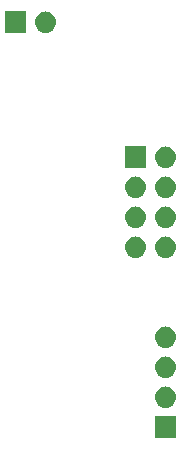
<source format=gbr>
G04 #@! TF.GenerationSoftware,KiCad,Pcbnew,(5.1.4)-1*
G04 #@! TF.CreationDate,2019-09-04T19:32:59+02:00*
G04 #@! TF.ProjectId,Clima-PCB,436c696d-612d-4504-9342-2e6b69636164,rev?*
G04 #@! TF.SameCoordinates,Original*
G04 #@! TF.FileFunction,Soldermask,Top*
G04 #@! TF.FilePolarity,Negative*
%FSLAX46Y46*%
G04 Gerber Fmt 4.6, Leading zero omitted, Abs format (unit mm)*
G04 Created by KiCad (PCBNEW (5.1.4)-1) date 2019-09-04 19:32:59*
%MOMM*%
%LPD*%
G04 APERTURE LIST*
%ADD10C,0.100000*%
G04 APERTURE END LIST*
D10*
G36*
X169811000Y-97421000D02*
G01*
X168009000Y-97421000D01*
X168009000Y-95619000D01*
X169811000Y-95619000D01*
X169811000Y-97421000D01*
X169811000Y-97421000D01*
G37*
G36*
X169020443Y-93085519D02*
G01*
X169086627Y-93092037D01*
X169256466Y-93143557D01*
X169412991Y-93227222D01*
X169448729Y-93256552D01*
X169550186Y-93339814D01*
X169633448Y-93441271D01*
X169662778Y-93477009D01*
X169746443Y-93633534D01*
X169797963Y-93803373D01*
X169815359Y-93980000D01*
X169797963Y-94156627D01*
X169746443Y-94326466D01*
X169662778Y-94482991D01*
X169633448Y-94518729D01*
X169550186Y-94620186D01*
X169448729Y-94703448D01*
X169412991Y-94732778D01*
X169256466Y-94816443D01*
X169086627Y-94867963D01*
X169020443Y-94874481D01*
X168954260Y-94881000D01*
X168865740Y-94881000D01*
X168799557Y-94874481D01*
X168733373Y-94867963D01*
X168563534Y-94816443D01*
X168407009Y-94732778D01*
X168371271Y-94703448D01*
X168269814Y-94620186D01*
X168186552Y-94518729D01*
X168157222Y-94482991D01*
X168073557Y-94326466D01*
X168022037Y-94156627D01*
X168004641Y-93980000D01*
X168022037Y-93803373D01*
X168073557Y-93633534D01*
X168157222Y-93477009D01*
X168186552Y-93441271D01*
X168269814Y-93339814D01*
X168371271Y-93256552D01*
X168407009Y-93227222D01*
X168563534Y-93143557D01*
X168733373Y-93092037D01*
X168799557Y-93085519D01*
X168865740Y-93079000D01*
X168954260Y-93079000D01*
X169020443Y-93085519D01*
X169020443Y-93085519D01*
G37*
G36*
X169020443Y-90545519D02*
G01*
X169086627Y-90552037D01*
X169256466Y-90603557D01*
X169412991Y-90687222D01*
X169448729Y-90716552D01*
X169550186Y-90799814D01*
X169633448Y-90901271D01*
X169662778Y-90937009D01*
X169746443Y-91093534D01*
X169797963Y-91263373D01*
X169815359Y-91440000D01*
X169797963Y-91616627D01*
X169746443Y-91786466D01*
X169662778Y-91942991D01*
X169633448Y-91978729D01*
X169550186Y-92080186D01*
X169448729Y-92163448D01*
X169412991Y-92192778D01*
X169256466Y-92276443D01*
X169086627Y-92327963D01*
X169020443Y-92334481D01*
X168954260Y-92341000D01*
X168865740Y-92341000D01*
X168799557Y-92334481D01*
X168733373Y-92327963D01*
X168563534Y-92276443D01*
X168407009Y-92192778D01*
X168371271Y-92163448D01*
X168269814Y-92080186D01*
X168186552Y-91978729D01*
X168157222Y-91942991D01*
X168073557Y-91786466D01*
X168022037Y-91616627D01*
X168004641Y-91440000D01*
X168022037Y-91263373D01*
X168073557Y-91093534D01*
X168157222Y-90937009D01*
X168186552Y-90901271D01*
X168269814Y-90799814D01*
X168371271Y-90716552D01*
X168407009Y-90687222D01*
X168563534Y-90603557D01*
X168733373Y-90552037D01*
X168799558Y-90545518D01*
X168865740Y-90539000D01*
X168954260Y-90539000D01*
X169020443Y-90545519D01*
X169020443Y-90545519D01*
G37*
G36*
X169020443Y-88005519D02*
G01*
X169086627Y-88012037D01*
X169256466Y-88063557D01*
X169412991Y-88147222D01*
X169448729Y-88176552D01*
X169550186Y-88259814D01*
X169633448Y-88361271D01*
X169662778Y-88397009D01*
X169746443Y-88553534D01*
X169797963Y-88723373D01*
X169815359Y-88900000D01*
X169797963Y-89076627D01*
X169746443Y-89246466D01*
X169662778Y-89402991D01*
X169633448Y-89438729D01*
X169550186Y-89540186D01*
X169448729Y-89623448D01*
X169412991Y-89652778D01*
X169256466Y-89736443D01*
X169086627Y-89787963D01*
X169020443Y-89794481D01*
X168954260Y-89801000D01*
X168865740Y-89801000D01*
X168799557Y-89794481D01*
X168733373Y-89787963D01*
X168563534Y-89736443D01*
X168407009Y-89652778D01*
X168371271Y-89623448D01*
X168269814Y-89540186D01*
X168186552Y-89438729D01*
X168157222Y-89402991D01*
X168073557Y-89246466D01*
X168022037Y-89076627D01*
X168004641Y-88900000D01*
X168022037Y-88723373D01*
X168073557Y-88553534D01*
X168157222Y-88397009D01*
X168186552Y-88361271D01*
X168269814Y-88259814D01*
X168371271Y-88176552D01*
X168407009Y-88147222D01*
X168563534Y-88063557D01*
X168733373Y-88012037D01*
X168799557Y-88005519D01*
X168865740Y-87999000D01*
X168954260Y-87999000D01*
X169020443Y-88005519D01*
X169020443Y-88005519D01*
G37*
G36*
X169020442Y-80385518D02*
G01*
X169086627Y-80392037D01*
X169256466Y-80443557D01*
X169412991Y-80527222D01*
X169448729Y-80556552D01*
X169550186Y-80639814D01*
X169633448Y-80741271D01*
X169662778Y-80777009D01*
X169746443Y-80933534D01*
X169797963Y-81103373D01*
X169815359Y-81280000D01*
X169797963Y-81456627D01*
X169746443Y-81626466D01*
X169662778Y-81782991D01*
X169633448Y-81818729D01*
X169550186Y-81920186D01*
X169448729Y-82003448D01*
X169412991Y-82032778D01*
X169256466Y-82116443D01*
X169086627Y-82167963D01*
X169020443Y-82174481D01*
X168954260Y-82181000D01*
X168865740Y-82181000D01*
X168799557Y-82174481D01*
X168733373Y-82167963D01*
X168563534Y-82116443D01*
X168407009Y-82032778D01*
X168371271Y-82003448D01*
X168269814Y-81920186D01*
X168186552Y-81818729D01*
X168157222Y-81782991D01*
X168073557Y-81626466D01*
X168022037Y-81456627D01*
X168004641Y-81280000D01*
X168022037Y-81103373D01*
X168073557Y-80933534D01*
X168157222Y-80777009D01*
X168186552Y-80741271D01*
X168269814Y-80639814D01*
X168371271Y-80556552D01*
X168407009Y-80527222D01*
X168563534Y-80443557D01*
X168733373Y-80392037D01*
X168799558Y-80385518D01*
X168865740Y-80379000D01*
X168954260Y-80379000D01*
X169020442Y-80385518D01*
X169020442Y-80385518D01*
G37*
G36*
X166480442Y-80385518D02*
G01*
X166546627Y-80392037D01*
X166716466Y-80443557D01*
X166872991Y-80527222D01*
X166908729Y-80556552D01*
X167010186Y-80639814D01*
X167093448Y-80741271D01*
X167122778Y-80777009D01*
X167206443Y-80933534D01*
X167257963Y-81103373D01*
X167275359Y-81280000D01*
X167257963Y-81456627D01*
X167206443Y-81626466D01*
X167122778Y-81782991D01*
X167093448Y-81818729D01*
X167010186Y-81920186D01*
X166908729Y-82003448D01*
X166872991Y-82032778D01*
X166716466Y-82116443D01*
X166546627Y-82167963D01*
X166480443Y-82174481D01*
X166414260Y-82181000D01*
X166325740Y-82181000D01*
X166259557Y-82174481D01*
X166193373Y-82167963D01*
X166023534Y-82116443D01*
X165867009Y-82032778D01*
X165831271Y-82003448D01*
X165729814Y-81920186D01*
X165646552Y-81818729D01*
X165617222Y-81782991D01*
X165533557Y-81626466D01*
X165482037Y-81456627D01*
X165464641Y-81280000D01*
X165482037Y-81103373D01*
X165533557Y-80933534D01*
X165617222Y-80777009D01*
X165646552Y-80741271D01*
X165729814Y-80639814D01*
X165831271Y-80556552D01*
X165867009Y-80527222D01*
X166023534Y-80443557D01*
X166193373Y-80392037D01*
X166259558Y-80385518D01*
X166325740Y-80379000D01*
X166414260Y-80379000D01*
X166480442Y-80385518D01*
X166480442Y-80385518D01*
G37*
G36*
X169020443Y-77845519D02*
G01*
X169086627Y-77852037D01*
X169256466Y-77903557D01*
X169412991Y-77987222D01*
X169448729Y-78016552D01*
X169550186Y-78099814D01*
X169633448Y-78201271D01*
X169662778Y-78237009D01*
X169746443Y-78393534D01*
X169797963Y-78563373D01*
X169815359Y-78740000D01*
X169797963Y-78916627D01*
X169746443Y-79086466D01*
X169662778Y-79242991D01*
X169633448Y-79278729D01*
X169550186Y-79380186D01*
X169448729Y-79463448D01*
X169412991Y-79492778D01*
X169256466Y-79576443D01*
X169086627Y-79627963D01*
X169020442Y-79634482D01*
X168954260Y-79641000D01*
X168865740Y-79641000D01*
X168799558Y-79634482D01*
X168733373Y-79627963D01*
X168563534Y-79576443D01*
X168407009Y-79492778D01*
X168371271Y-79463448D01*
X168269814Y-79380186D01*
X168186552Y-79278729D01*
X168157222Y-79242991D01*
X168073557Y-79086466D01*
X168022037Y-78916627D01*
X168004641Y-78740000D01*
X168022037Y-78563373D01*
X168073557Y-78393534D01*
X168157222Y-78237009D01*
X168186552Y-78201271D01*
X168269814Y-78099814D01*
X168371271Y-78016552D01*
X168407009Y-77987222D01*
X168563534Y-77903557D01*
X168733373Y-77852037D01*
X168799557Y-77845519D01*
X168865740Y-77839000D01*
X168954260Y-77839000D01*
X169020443Y-77845519D01*
X169020443Y-77845519D01*
G37*
G36*
X166480443Y-77845519D02*
G01*
X166546627Y-77852037D01*
X166716466Y-77903557D01*
X166872991Y-77987222D01*
X166908729Y-78016552D01*
X167010186Y-78099814D01*
X167093448Y-78201271D01*
X167122778Y-78237009D01*
X167206443Y-78393534D01*
X167257963Y-78563373D01*
X167275359Y-78740000D01*
X167257963Y-78916627D01*
X167206443Y-79086466D01*
X167122778Y-79242991D01*
X167093448Y-79278729D01*
X167010186Y-79380186D01*
X166908729Y-79463448D01*
X166872991Y-79492778D01*
X166716466Y-79576443D01*
X166546627Y-79627963D01*
X166480442Y-79634482D01*
X166414260Y-79641000D01*
X166325740Y-79641000D01*
X166259558Y-79634482D01*
X166193373Y-79627963D01*
X166023534Y-79576443D01*
X165867009Y-79492778D01*
X165831271Y-79463448D01*
X165729814Y-79380186D01*
X165646552Y-79278729D01*
X165617222Y-79242991D01*
X165533557Y-79086466D01*
X165482037Y-78916627D01*
X165464641Y-78740000D01*
X165482037Y-78563373D01*
X165533557Y-78393534D01*
X165617222Y-78237009D01*
X165646552Y-78201271D01*
X165729814Y-78099814D01*
X165831271Y-78016552D01*
X165867009Y-77987222D01*
X166023534Y-77903557D01*
X166193373Y-77852037D01*
X166259557Y-77845519D01*
X166325740Y-77839000D01*
X166414260Y-77839000D01*
X166480443Y-77845519D01*
X166480443Y-77845519D01*
G37*
G36*
X166480442Y-75305518D02*
G01*
X166546627Y-75312037D01*
X166716466Y-75363557D01*
X166872991Y-75447222D01*
X166908729Y-75476552D01*
X167010186Y-75559814D01*
X167093448Y-75661271D01*
X167122778Y-75697009D01*
X167206443Y-75853534D01*
X167257963Y-76023373D01*
X167275359Y-76200000D01*
X167257963Y-76376627D01*
X167206443Y-76546466D01*
X167122778Y-76702991D01*
X167093448Y-76738729D01*
X167010186Y-76840186D01*
X166908729Y-76923448D01*
X166872991Y-76952778D01*
X166716466Y-77036443D01*
X166546627Y-77087963D01*
X166480442Y-77094482D01*
X166414260Y-77101000D01*
X166325740Y-77101000D01*
X166259558Y-77094482D01*
X166193373Y-77087963D01*
X166023534Y-77036443D01*
X165867009Y-76952778D01*
X165831271Y-76923448D01*
X165729814Y-76840186D01*
X165646552Y-76738729D01*
X165617222Y-76702991D01*
X165533557Y-76546466D01*
X165482037Y-76376627D01*
X165464641Y-76200000D01*
X165482037Y-76023373D01*
X165533557Y-75853534D01*
X165617222Y-75697009D01*
X165646552Y-75661271D01*
X165729814Y-75559814D01*
X165831271Y-75476552D01*
X165867009Y-75447222D01*
X166023534Y-75363557D01*
X166193373Y-75312037D01*
X166259558Y-75305518D01*
X166325740Y-75299000D01*
X166414260Y-75299000D01*
X166480442Y-75305518D01*
X166480442Y-75305518D01*
G37*
G36*
X169020442Y-75305518D02*
G01*
X169086627Y-75312037D01*
X169256466Y-75363557D01*
X169412991Y-75447222D01*
X169448729Y-75476552D01*
X169550186Y-75559814D01*
X169633448Y-75661271D01*
X169662778Y-75697009D01*
X169746443Y-75853534D01*
X169797963Y-76023373D01*
X169815359Y-76200000D01*
X169797963Y-76376627D01*
X169746443Y-76546466D01*
X169662778Y-76702991D01*
X169633448Y-76738729D01*
X169550186Y-76840186D01*
X169448729Y-76923448D01*
X169412991Y-76952778D01*
X169256466Y-77036443D01*
X169086627Y-77087963D01*
X169020442Y-77094482D01*
X168954260Y-77101000D01*
X168865740Y-77101000D01*
X168799558Y-77094482D01*
X168733373Y-77087963D01*
X168563534Y-77036443D01*
X168407009Y-76952778D01*
X168371271Y-76923448D01*
X168269814Y-76840186D01*
X168186552Y-76738729D01*
X168157222Y-76702991D01*
X168073557Y-76546466D01*
X168022037Y-76376627D01*
X168004641Y-76200000D01*
X168022037Y-76023373D01*
X168073557Y-75853534D01*
X168157222Y-75697009D01*
X168186552Y-75661271D01*
X168269814Y-75559814D01*
X168371271Y-75476552D01*
X168407009Y-75447222D01*
X168563534Y-75363557D01*
X168733373Y-75312037D01*
X168799558Y-75305518D01*
X168865740Y-75299000D01*
X168954260Y-75299000D01*
X169020442Y-75305518D01*
X169020442Y-75305518D01*
G37*
G36*
X167271000Y-74561000D02*
G01*
X165469000Y-74561000D01*
X165469000Y-72759000D01*
X167271000Y-72759000D01*
X167271000Y-74561000D01*
X167271000Y-74561000D01*
G37*
G36*
X169020442Y-72765518D02*
G01*
X169086627Y-72772037D01*
X169256466Y-72823557D01*
X169412991Y-72907222D01*
X169448729Y-72936552D01*
X169550186Y-73019814D01*
X169633448Y-73121271D01*
X169662778Y-73157009D01*
X169746443Y-73313534D01*
X169797963Y-73483373D01*
X169815359Y-73660000D01*
X169797963Y-73836627D01*
X169746443Y-74006466D01*
X169662778Y-74162991D01*
X169633448Y-74198729D01*
X169550186Y-74300186D01*
X169448729Y-74383448D01*
X169412991Y-74412778D01*
X169256466Y-74496443D01*
X169086627Y-74547963D01*
X169020442Y-74554482D01*
X168954260Y-74561000D01*
X168865740Y-74561000D01*
X168799558Y-74554482D01*
X168733373Y-74547963D01*
X168563534Y-74496443D01*
X168407009Y-74412778D01*
X168371271Y-74383448D01*
X168269814Y-74300186D01*
X168186552Y-74198729D01*
X168157222Y-74162991D01*
X168073557Y-74006466D01*
X168022037Y-73836627D01*
X168004641Y-73660000D01*
X168022037Y-73483373D01*
X168073557Y-73313534D01*
X168157222Y-73157009D01*
X168186552Y-73121271D01*
X168269814Y-73019814D01*
X168371271Y-72936552D01*
X168407009Y-72907222D01*
X168563534Y-72823557D01*
X168733373Y-72772037D01*
X168799558Y-72765518D01*
X168865740Y-72759000D01*
X168954260Y-72759000D01*
X169020442Y-72765518D01*
X169020442Y-72765518D01*
G37*
G36*
X158860443Y-61335519D02*
G01*
X158926627Y-61342037D01*
X159096466Y-61393557D01*
X159252991Y-61477222D01*
X159288729Y-61506552D01*
X159390186Y-61589814D01*
X159473448Y-61691271D01*
X159502778Y-61727009D01*
X159586443Y-61883534D01*
X159637963Y-62053373D01*
X159655359Y-62230000D01*
X159637963Y-62406627D01*
X159586443Y-62576466D01*
X159502778Y-62732991D01*
X159473448Y-62768729D01*
X159390186Y-62870186D01*
X159288729Y-62953448D01*
X159252991Y-62982778D01*
X159096466Y-63066443D01*
X158926627Y-63117963D01*
X158860443Y-63124481D01*
X158794260Y-63131000D01*
X158705740Y-63131000D01*
X158639557Y-63124481D01*
X158573373Y-63117963D01*
X158403534Y-63066443D01*
X158247009Y-62982778D01*
X158211271Y-62953448D01*
X158109814Y-62870186D01*
X158026552Y-62768729D01*
X157997222Y-62732991D01*
X157913557Y-62576466D01*
X157862037Y-62406627D01*
X157844641Y-62230000D01*
X157862037Y-62053373D01*
X157913557Y-61883534D01*
X157997222Y-61727009D01*
X158026552Y-61691271D01*
X158109814Y-61589814D01*
X158211271Y-61506552D01*
X158247009Y-61477222D01*
X158403534Y-61393557D01*
X158573373Y-61342037D01*
X158639557Y-61335519D01*
X158705740Y-61329000D01*
X158794260Y-61329000D01*
X158860443Y-61335519D01*
X158860443Y-61335519D01*
G37*
G36*
X157111000Y-63131000D02*
G01*
X155309000Y-63131000D01*
X155309000Y-61329000D01*
X157111000Y-61329000D01*
X157111000Y-63131000D01*
X157111000Y-63131000D01*
G37*
M02*

</source>
